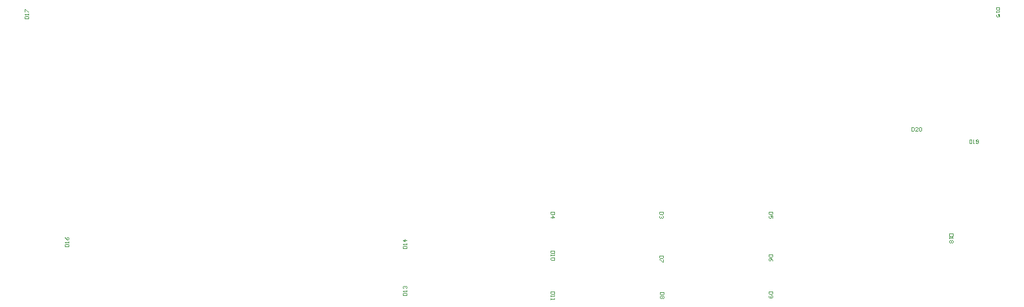
<source format=gbr>
%FSTAX23Y23*%
%MOIN*%
%SFA1B1*%

%IPPOS*%
%ADD119C,0.001969*%
%LNbrushed_pcb_top_designator-1*%
%LPD*%
G54D119*
X02152Y-00124D02*
Y-00144D01*
X02162*
X02166Y-00141*
Y-00127*
X02162Y-00124*
X02152*
X02185Y-00144D02*
X02172D01*
X02185Y-00131*
Y-00127*
X02182Y-00124*
X02175*
X02172Y-00127*
X02192D02*
X02195Y-00124D01*
X02202*
X02205Y-00127*
Y-00141*
X02202Y-00144*
X02195*
X02192Y-00141*
Y-00127*
X-00591Y-0103D02*
X-00572D01*
Y-01021*
X-00575Y-01017*
X-00588*
X-00591Y-01021*
Y-0103*
X-00572Y-01011D02*
Y-01004D01*
Y-01007*
X-00591*
X-00588Y-01011*
Y-00994D02*
X-00591Y-00991D01*
Y-00984*
X-00588Y-00981*
X-00585*
X-00581Y-00984*
Y-00988*
Y-00984*
X-00578Y-00981*
X-00575*
X-00572Y-00984*
Y-00991*
X-00575Y-00994*
X02463Y-0019D02*
Y-0021D01*
X02473*
X02476Y-00207*
Y-00194*
X02473Y-0019*
X02463*
X02483Y-0021D02*
X02489D01*
X02486*
Y-0019*
X02483Y-00194*
X02499Y-00207D02*
X02503Y-0021D01*
X02509*
X02512Y-00207*
Y-00194*
X02509Y-0019*
X02503*
X02499Y-00194*
Y-00197*
X02503Y-002*
X02512*
X02626Y00522D02*
X02607D01*
Y00513*
X0261Y00509*
X02623*
X02626Y00513*
Y00522*
X02607Y00503D02*
Y00496D01*
Y005*
X02626*
X02623Y00503*
X02626Y00473D02*
Y00486D01*
X02617*
X0262Y0048*
Y00477*
X02617Y00473*
X0261*
X02607Y00477*
Y00483*
X0261Y00486*
X-02414Y-00768D02*
X-02395D01*
Y-00758*
X-02398Y-00755*
X-02411*
X-02414Y-00758*
Y-00768*
X-02395Y-00748D02*
Y-00742D01*
Y-00745*
X-02414*
X-02411Y-00748*
X-02414Y-00719D02*
X-02411Y-00726D01*
X-02404Y-00732*
X-02398*
X-02395Y-00729*
Y-00722*
X-02398Y-00719*
X-02401*
X-02404Y-00722*
Y-00732*
X-02633Y00462D02*
X-02613D01*
Y00472*
X-02617Y00475*
X-0263*
X-02633Y00472*
Y00462*
X-02613Y00481D02*
Y00488D01*
Y00485*
X-02633*
X-0263Y00481*
X-02633Y00498D02*
Y00511D01*
X-0263*
X-02617Y00498*
X-02613*
X00812Y-00581D02*
X00792D01*
Y-00591*
X00796Y-00594*
X00809*
X00812Y-00591*
Y-00581*
X00809Y-006D02*
X00812Y-00604D01*
Y-0061*
X00809Y-00614*
X00806*
X00802Y-0061*
Y-00607*
Y-0061*
X00799Y-00614*
X00796*
X00792Y-0061*
Y-00604*
X00796Y-006*
X00226Y-00581D02*
X00206D01*
Y-00591*
X00209Y-00594*
X00223*
X00226Y-00591*
Y-00581*
X00206Y-0061D02*
X00226D01*
X00216Y-006*
Y-00614*
X014Y-00581D02*
X0138D01*
Y-00591*
X01384Y-00594*
X01397*
X014Y-00591*
Y-00581*
Y-00614D02*
Y-00601D01*
X0139*
X01393Y-00607*
Y-0061*
X0139Y-00614*
X01384*
X0138Y-0061*
Y-00604*
X01384Y-00601*
X02375Y-00699D02*
X02356D01*
Y-00709*
X02359Y-00713*
X02372*
X02375Y-00709*
Y-00699*
X02356Y-00719D02*
Y-00726D01*
Y-00722*
X02375*
X02372Y-00719*
Y-00735D02*
X02375Y-00739D01*
Y-00745*
X02372Y-00749*
X02369*
X02366Y-00745*
X02362Y-00749*
X02359*
X02356Y-00745*
Y-00739*
X02359Y-00735*
X02362*
X02366Y-00739*
X02369Y-00735*
X02372*
X02366Y-00739D02*
Y-00745D01*
X00226Y-00791D02*
X00206D01*
Y-00801*
X00209Y-00804*
X00223*
X00226Y-00801*
Y-00791*
X00206Y-00811D02*
Y-00817D01*
Y-00814*
X00226*
X00223Y-00811*
Y-00827D02*
X00226Y-0083D01*
Y-00837*
X00223Y-0084*
X00209*
X00206Y-00837*
Y-0083*
X00209Y-00827*
X00223*
X014Y-0081D02*
X0138D01*
Y-0082*
X01384Y-00823*
X01397*
X014Y-0082*
Y-0081*
Y-00843D02*
X01397Y-00836D01*
X0139Y-0083*
X01384*
X0138Y-00833*
Y-0084*
X01384Y-00843*
X01387*
X0139Y-0084*
Y-0083*
X00812Y-00819D02*
X00792D01*
Y-00829*
X00796Y-00832*
X00809*
X00812Y-00829*
Y-00819*
Y-00839D02*
Y-00852D01*
X00809*
X00796Y-00839*
X00792*
X00815Y-01016D02*
X00795D01*
Y-01026*
X00799Y-01029*
X00812*
X00815Y-01026*
Y-01016*
X00812Y-01036D02*
X00815Y-01039D01*
Y-01045*
X00812Y-01049*
X00809*
X00805Y-01045*
X00802Y-01049*
X00799*
X00795Y-01045*
Y-01039*
X00799Y-01036*
X00802*
X00805Y-01039*
X00809Y-01036*
X00812*
X00805Y-01039D02*
Y-01045D01*
X014Y-0101D02*
X0138D01*
Y-0102*
X01384Y-01023*
X01397*
X014Y-0102*
Y-0101*
X01384Y-0103D02*
X0138Y-01033D01*
Y-0104*
X01384Y-01043*
X01397*
X014Y-0104*
Y-01033*
X01397Y-0103*
X01393*
X0139Y-01033*
Y-01043*
X-00591Y-00778D02*
X-00572D01*
Y-00769*
X-00575Y-00765*
X-00588*
X-00591Y-00769*
Y-00778*
X-00572Y-00759D02*
Y-00752D01*
Y-00755*
X-00591*
X-00588Y-00759*
X-00572Y-00733D02*
X-00591D01*
X-00581Y-00742*
Y-00729*
X00226Y-01011D02*
X00206D01*
Y-01021*
X00209Y-01024*
X00223*
X00226Y-01021*
Y-01011*
X00206Y-01031D02*
Y-01037D01*
Y-01034*
X00226*
X00223Y-01031*
X00206Y-01047D02*
Y-01054D01*
Y-0105*
X00226*
X00223Y-01047*
M02*
</source>
